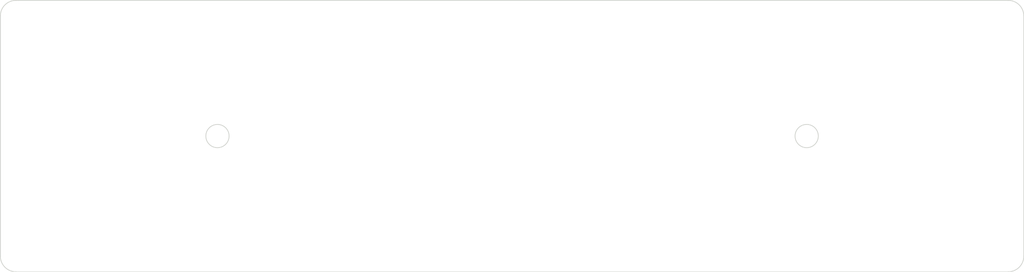
<source format=kicad_pcb>
(kicad_pcb
	(version 20241229)
	(generator "pcbnew")
	(generator_version "9.0")
	(general
		(thickness 2.09)
		(legacy_teardrops no)
	)
	(paper "A4")
	(layers
		(0 "F.Cu" signal)
		(2 "B.Cu" signal)
		(9 "F.Adhes" user "F.Adhesive")
		(11 "B.Adhes" user "B.Adhesive")
		(13 "F.Paste" user)
		(15 "B.Paste" user)
		(5 "F.SilkS" user "F.Silkscreen")
		(7 "B.SilkS" user "B.Silkscreen")
		(1 "F.Mask" user)
		(3 "B.Mask" user)
		(17 "Dwgs.User" user "User.Drawings")
		(19 "Cmts.User" user "User.Comments")
		(21 "Eco1.User" user "User.Eco1")
		(23 "Eco2.User" user "User.Eco2")
		(25 "Edge.Cuts" user)
		(27 "Margin" user)
		(31 "F.CrtYd" user "F.Courtyard")
		(29 "B.CrtYd" user "B.Courtyard")
		(35 "F.Fab" user)
		(33 "B.Fab" user)
		(39 "User.1" user)
		(41 "User.2" user)
		(43 "User.3" user)
		(45 "User.4" user)
	)
	(setup
		(stackup
			(layer "F.SilkS"
				(type "Top Silk Screen")
			)
			(layer "F.Paste"
				(type "Top Solder Paste")
			)
			(layer "F.Mask"
				(type "Top Solder Mask")
				(thickness 0.01)
			)
			(layer "F.Cu"
				(type "copper")
				(thickness 0.035)
			)
			(layer "dielectric 1"
				(type "core")
				(thickness 2)
				(material "FR4")
				(epsilon_r 4.5)
				(loss_tangent 0.02)
			)
			(layer "B.Cu"
				(type "copper")
				(thickness 0.035)
			)
			(layer "B.Mask"
				(type "Bottom Solder Mask")
				(thickness 0.01)
			)
			(layer "B.Paste"
				(type "Bottom Solder Paste")
			)
			(layer "B.SilkS"
				(type "Bottom Silk Screen")
			)
			(copper_finish "None")
			(dielectric_constraints no)
		)
		(pad_to_mask_clearance 0)
		(allow_soldermask_bridges_in_footprints no)
		(tenting front back)
		(grid_origin 60 125)
		(pcbplotparams
			(layerselection 0x00000000_00000000_55555555_5755f5ff)
			(plot_on_all_layers_selection 0x00000000_00000000_00000000_00000000)
			(disableapertmacros no)
			(usegerberextensions no)
			(usegerberattributes yes)
			(usegerberadvancedattributes yes)
			(creategerberjobfile yes)
			(dashed_line_dash_ratio 12.000000)
			(dashed_line_gap_ratio 3.000000)
			(svgprecision 4)
			(plotframeref no)
			(mode 1)
			(useauxorigin no)
			(hpglpennumber 1)
			(hpglpenspeed 20)
			(hpglpendiameter 15.000000)
			(pdf_front_fp_property_popups yes)
			(pdf_back_fp_property_popups yes)
			(pdf_metadata yes)
			(pdf_single_document no)
			(dxfpolygonmode yes)
			(dxfimperialunits yes)
			(dxfusepcbnewfont yes)
			(psnegative no)
			(psa4output no)
			(plot_black_and_white yes)
			(sketchpadsonfab no)
			(plotpadnumbers no)
			(hidednponfab no)
			(sketchdnponfab yes)
			(crossoutdnponfab yes)
			(subtractmaskfromsilk no)
			(outputformat 1)
			(mirror no)
			(drillshape 1)
			(scaleselection 1)
			(outputdirectory "")
		)
	)
	(net 0 "")
	(gr_arc
		(start 60 108.5)
		(mid 60.292893 107.792893)
		(end 61 107.5)
		(stroke
			(width 0.05)
			(type solid)
		)
		(layer "Edge.Cuts")
		(uuid "0e923ddd-8810-4985-b5aa-f0d9adcee65f")
	)
	(gr_line
		(start 60 108.5)
		(end 60 124)
		(stroke
			(width 0.05)
			(type solid)
		)
		(layer "Edge.Cuts")
		(uuid "2c327488-c137-4b41-aa55-3463ee2374a0")
	)
	(gr_line
		(start 61 125)
		(end 125 125)
		(stroke
			(width 0.05)
			(type solid)
		)
		(layer "Edge.Cuts")
		(uuid "4644050c-891f-4104-ade6-cf57299e76a6")
	)
	(gr_circle
		(center 112 116.25)
		(end 112.75 116.25)
		(stroke
			(width 0.05)
			(type solid)
		)
		(fill no)
		(layer "Edge.Cuts")
		(uuid "58fb2873-6135-4132-a926-59dcc00c362a")
	)
	(gr_arc
		(start 125 107.5)
		(mid 125.707107 107.792893)
		(end 126 108.5)
		(stroke
			(width 0.05)
			(type solid)
		)
		(layer "Edge.Cuts")
		(uuid "846c5c85-1783-47f7-808c-a802fdc03168")
	)
	(gr_arc
		(start 126 124)
		(mid 125.707107 124.707107)
		(end 125 125)
		(stroke
			(width 0.05)
			(type solid)
		)
		(layer "Edge.Cuts")
		(uuid "885d5671-aae0-4243-9972-e136f552e210")
	)
	(gr_line
		(start 61 107.5)
		(end 125 107.5)
		(stroke
			(width 0.05)
			(type solid)
		)
		(layer "Edge.Cuts")
		(uuid "8dba3796-648d-4463-81ed-a3be5e66e8b7")
	)
	(gr_line
		(start 126 108.5)
		(end 126 124)
		(stroke
			(width 0.05)
			(type solid)
		)
		(layer "Edge.Cuts")
		(uuid "939f916d-5a6d-42b5-aded-9412780871f8")
	)
	(gr_arc
		(start 61 125)
		(mid 60.292893 124.707107)
		(end 60 124)
		(stroke
			(width 0.05)
			(type solid)
		)
		(layer "Edge.Cuts")
		(uuid "a3bcf4d4-2b02-4e07-92ea-d9063b50f65b")
	)
	(gr_circle
		(center 74 116.25)
		(end 74.75 116.25)
		(stroke
			(width 0.05)
			(type solid)
		)
		(fill no)
		(layer "Edge.Cuts")
		(uuid "c2d50b0b-42a1-4f07-9c47-fc6792076794")
	)
	(embedded_fonts no)
)

</source>
